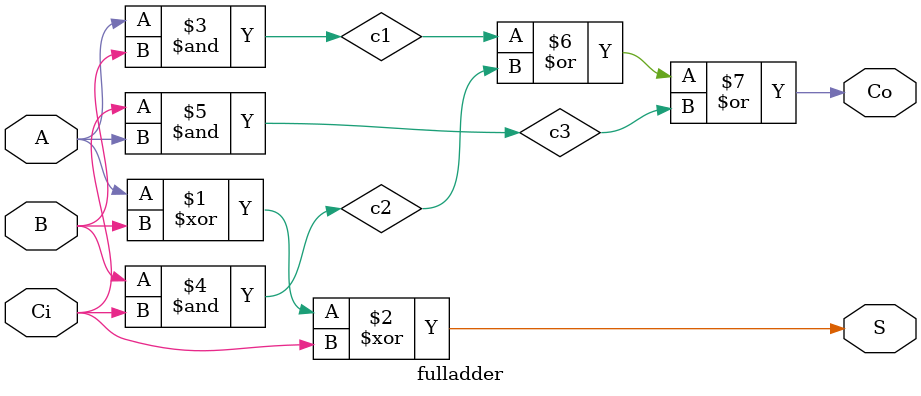
<source format=v>
module carrysave(output [4:0]S,output [3:0]Co,input [3:0]A,B,Ci);
wire [2:0]Si;
wire [3:0]Cio;
fulladder f0(S[0],Cio[0],A[0],B[0],Ci[0]);
fulladder f1(Si[0],Cio[1],A[1],B[1],Ci[1]);
fulladder f2(Si[1],Cio[2],A[2],B[2],Ci[2]);
fulladder f3(Si[2],Cio[3],A[3],B[3],Ci[3]);
fulladder f4(S[1],Co[0],Si[0],Cio[0],1'b0);
fulladder f5(S[2],Co[1],Si[1],Cio[1],Co[0]);
fulladder f6(S[3],Co[2],Si[2],Cio[2],Co[1]);
fulladder f7(S[4],Co[3],1'b0,Cio[3],Co[2]);
endmodule

module fulladder(output S,Co,input A,B,Ci);
xor sum(S,A,B,Ci);
and a1(c1,A,B);
and a2(c2,B,Ci);
and a3(c3,Ci,A);
or carry(Co,c1,c2,c3);
endmodule


</source>
